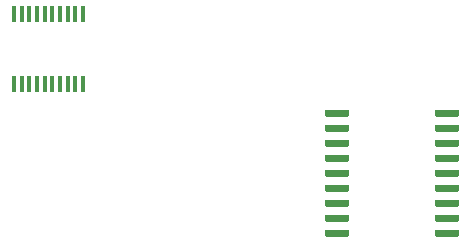
<source format=gbr>
G04 #@! TF.GenerationSoftware,KiCad,Pcbnew,(5.1.4-0-10_14)*
G04 #@! TF.CreationDate,2019-10-14T13:10:31-04:00*
G04 #@! TF.ProjectId,Robot,526f626f-742e-46b6-9963-61645f706362,rev?*
G04 #@! TF.SameCoordinates,Original*
G04 #@! TF.FileFunction,Paste,Top*
G04 #@! TF.FilePolarity,Positive*
%FSLAX46Y46*%
G04 Gerber Fmt 4.6, Leading zero omitted, Abs format (unit mm)*
G04 Created by KiCad (PCBNEW (5.1.4-0-10_14)) date 2019-10-14 13:10:31*
%MOMM*%
%LPD*%
G04 APERTURE LIST*
%ADD10C,0.100000*%
%ADD11C,0.600000*%
%ADD12R,0.450000X1.450000*%
G04 APERTURE END LIST*
D10*
G36*
X73139703Y-19120722D02*
G01*
X73154264Y-19122882D01*
X73168543Y-19126459D01*
X73182403Y-19131418D01*
X73195710Y-19137712D01*
X73208336Y-19145280D01*
X73220159Y-19154048D01*
X73231066Y-19163934D01*
X73240952Y-19174841D01*
X73249720Y-19186664D01*
X73257288Y-19199290D01*
X73263582Y-19212597D01*
X73268541Y-19226457D01*
X73272118Y-19240736D01*
X73274278Y-19255297D01*
X73275000Y-19270000D01*
X73275000Y-19570000D01*
X73274278Y-19584703D01*
X73272118Y-19599264D01*
X73268541Y-19613543D01*
X73263582Y-19627403D01*
X73257288Y-19640710D01*
X73249720Y-19653336D01*
X73240952Y-19665159D01*
X73231066Y-19676066D01*
X73220159Y-19685952D01*
X73208336Y-19694720D01*
X73195710Y-19702288D01*
X73182403Y-19708582D01*
X73168543Y-19713541D01*
X73154264Y-19717118D01*
X73139703Y-19719278D01*
X73125000Y-19720000D01*
X71375000Y-19720000D01*
X71360297Y-19719278D01*
X71345736Y-19717118D01*
X71331457Y-19713541D01*
X71317597Y-19708582D01*
X71304290Y-19702288D01*
X71291664Y-19694720D01*
X71279841Y-19685952D01*
X71268934Y-19676066D01*
X71259048Y-19665159D01*
X71250280Y-19653336D01*
X71242712Y-19640710D01*
X71236418Y-19627403D01*
X71231459Y-19613543D01*
X71227882Y-19599264D01*
X71225722Y-19584703D01*
X71225000Y-19570000D01*
X71225000Y-19270000D01*
X71225722Y-19255297D01*
X71227882Y-19240736D01*
X71231459Y-19226457D01*
X71236418Y-19212597D01*
X71242712Y-19199290D01*
X71250280Y-19186664D01*
X71259048Y-19174841D01*
X71268934Y-19163934D01*
X71279841Y-19154048D01*
X71291664Y-19145280D01*
X71304290Y-19137712D01*
X71317597Y-19131418D01*
X71331457Y-19126459D01*
X71345736Y-19122882D01*
X71360297Y-19120722D01*
X71375000Y-19120000D01*
X73125000Y-19120000D01*
X73139703Y-19120722D01*
X73139703Y-19120722D01*
G37*
D11*
X72250000Y-19420000D03*
D10*
G36*
X73139703Y-20390722D02*
G01*
X73154264Y-20392882D01*
X73168543Y-20396459D01*
X73182403Y-20401418D01*
X73195710Y-20407712D01*
X73208336Y-20415280D01*
X73220159Y-20424048D01*
X73231066Y-20433934D01*
X73240952Y-20444841D01*
X73249720Y-20456664D01*
X73257288Y-20469290D01*
X73263582Y-20482597D01*
X73268541Y-20496457D01*
X73272118Y-20510736D01*
X73274278Y-20525297D01*
X73275000Y-20540000D01*
X73275000Y-20840000D01*
X73274278Y-20854703D01*
X73272118Y-20869264D01*
X73268541Y-20883543D01*
X73263582Y-20897403D01*
X73257288Y-20910710D01*
X73249720Y-20923336D01*
X73240952Y-20935159D01*
X73231066Y-20946066D01*
X73220159Y-20955952D01*
X73208336Y-20964720D01*
X73195710Y-20972288D01*
X73182403Y-20978582D01*
X73168543Y-20983541D01*
X73154264Y-20987118D01*
X73139703Y-20989278D01*
X73125000Y-20990000D01*
X71375000Y-20990000D01*
X71360297Y-20989278D01*
X71345736Y-20987118D01*
X71331457Y-20983541D01*
X71317597Y-20978582D01*
X71304290Y-20972288D01*
X71291664Y-20964720D01*
X71279841Y-20955952D01*
X71268934Y-20946066D01*
X71259048Y-20935159D01*
X71250280Y-20923336D01*
X71242712Y-20910710D01*
X71236418Y-20897403D01*
X71231459Y-20883543D01*
X71227882Y-20869264D01*
X71225722Y-20854703D01*
X71225000Y-20840000D01*
X71225000Y-20540000D01*
X71225722Y-20525297D01*
X71227882Y-20510736D01*
X71231459Y-20496457D01*
X71236418Y-20482597D01*
X71242712Y-20469290D01*
X71250280Y-20456664D01*
X71259048Y-20444841D01*
X71268934Y-20433934D01*
X71279841Y-20424048D01*
X71291664Y-20415280D01*
X71304290Y-20407712D01*
X71317597Y-20401418D01*
X71331457Y-20396459D01*
X71345736Y-20392882D01*
X71360297Y-20390722D01*
X71375000Y-20390000D01*
X73125000Y-20390000D01*
X73139703Y-20390722D01*
X73139703Y-20390722D01*
G37*
D11*
X72250000Y-20690000D03*
D10*
G36*
X73139703Y-21660722D02*
G01*
X73154264Y-21662882D01*
X73168543Y-21666459D01*
X73182403Y-21671418D01*
X73195710Y-21677712D01*
X73208336Y-21685280D01*
X73220159Y-21694048D01*
X73231066Y-21703934D01*
X73240952Y-21714841D01*
X73249720Y-21726664D01*
X73257288Y-21739290D01*
X73263582Y-21752597D01*
X73268541Y-21766457D01*
X73272118Y-21780736D01*
X73274278Y-21795297D01*
X73275000Y-21810000D01*
X73275000Y-22110000D01*
X73274278Y-22124703D01*
X73272118Y-22139264D01*
X73268541Y-22153543D01*
X73263582Y-22167403D01*
X73257288Y-22180710D01*
X73249720Y-22193336D01*
X73240952Y-22205159D01*
X73231066Y-22216066D01*
X73220159Y-22225952D01*
X73208336Y-22234720D01*
X73195710Y-22242288D01*
X73182403Y-22248582D01*
X73168543Y-22253541D01*
X73154264Y-22257118D01*
X73139703Y-22259278D01*
X73125000Y-22260000D01*
X71375000Y-22260000D01*
X71360297Y-22259278D01*
X71345736Y-22257118D01*
X71331457Y-22253541D01*
X71317597Y-22248582D01*
X71304290Y-22242288D01*
X71291664Y-22234720D01*
X71279841Y-22225952D01*
X71268934Y-22216066D01*
X71259048Y-22205159D01*
X71250280Y-22193336D01*
X71242712Y-22180710D01*
X71236418Y-22167403D01*
X71231459Y-22153543D01*
X71227882Y-22139264D01*
X71225722Y-22124703D01*
X71225000Y-22110000D01*
X71225000Y-21810000D01*
X71225722Y-21795297D01*
X71227882Y-21780736D01*
X71231459Y-21766457D01*
X71236418Y-21752597D01*
X71242712Y-21739290D01*
X71250280Y-21726664D01*
X71259048Y-21714841D01*
X71268934Y-21703934D01*
X71279841Y-21694048D01*
X71291664Y-21685280D01*
X71304290Y-21677712D01*
X71317597Y-21671418D01*
X71331457Y-21666459D01*
X71345736Y-21662882D01*
X71360297Y-21660722D01*
X71375000Y-21660000D01*
X73125000Y-21660000D01*
X73139703Y-21660722D01*
X73139703Y-21660722D01*
G37*
D11*
X72250000Y-21960000D03*
D10*
G36*
X73139703Y-22930722D02*
G01*
X73154264Y-22932882D01*
X73168543Y-22936459D01*
X73182403Y-22941418D01*
X73195710Y-22947712D01*
X73208336Y-22955280D01*
X73220159Y-22964048D01*
X73231066Y-22973934D01*
X73240952Y-22984841D01*
X73249720Y-22996664D01*
X73257288Y-23009290D01*
X73263582Y-23022597D01*
X73268541Y-23036457D01*
X73272118Y-23050736D01*
X73274278Y-23065297D01*
X73275000Y-23080000D01*
X73275000Y-23380000D01*
X73274278Y-23394703D01*
X73272118Y-23409264D01*
X73268541Y-23423543D01*
X73263582Y-23437403D01*
X73257288Y-23450710D01*
X73249720Y-23463336D01*
X73240952Y-23475159D01*
X73231066Y-23486066D01*
X73220159Y-23495952D01*
X73208336Y-23504720D01*
X73195710Y-23512288D01*
X73182403Y-23518582D01*
X73168543Y-23523541D01*
X73154264Y-23527118D01*
X73139703Y-23529278D01*
X73125000Y-23530000D01*
X71375000Y-23530000D01*
X71360297Y-23529278D01*
X71345736Y-23527118D01*
X71331457Y-23523541D01*
X71317597Y-23518582D01*
X71304290Y-23512288D01*
X71291664Y-23504720D01*
X71279841Y-23495952D01*
X71268934Y-23486066D01*
X71259048Y-23475159D01*
X71250280Y-23463336D01*
X71242712Y-23450710D01*
X71236418Y-23437403D01*
X71231459Y-23423543D01*
X71227882Y-23409264D01*
X71225722Y-23394703D01*
X71225000Y-23380000D01*
X71225000Y-23080000D01*
X71225722Y-23065297D01*
X71227882Y-23050736D01*
X71231459Y-23036457D01*
X71236418Y-23022597D01*
X71242712Y-23009290D01*
X71250280Y-22996664D01*
X71259048Y-22984841D01*
X71268934Y-22973934D01*
X71279841Y-22964048D01*
X71291664Y-22955280D01*
X71304290Y-22947712D01*
X71317597Y-22941418D01*
X71331457Y-22936459D01*
X71345736Y-22932882D01*
X71360297Y-22930722D01*
X71375000Y-22930000D01*
X73125000Y-22930000D01*
X73139703Y-22930722D01*
X73139703Y-22930722D01*
G37*
D11*
X72250000Y-23230000D03*
D10*
G36*
X73139703Y-24200722D02*
G01*
X73154264Y-24202882D01*
X73168543Y-24206459D01*
X73182403Y-24211418D01*
X73195710Y-24217712D01*
X73208336Y-24225280D01*
X73220159Y-24234048D01*
X73231066Y-24243934D01*
X73240952Y-24254841D01*
X73249720Y-24266664D01*
X73257288Y-24279290D01*
X73263582Y-24292597D01*
X73268541Y-24306457D01*
X73272118Y-24320736D01*
X73274278Y-24335297D01*
X73275000Y-24350000D01*
X73275000Y-24650000D01*
X73274278Y-24664703D01*
X73272118Y-24679264D01*
X73268541Y-24693543D01*
X73263582Y-24707403D01*
X73257288Y-24720710D01*
X73249720Y-24733336D01*
X73240952Y-24745159D01*
X73231066Y-24756066D01*
X73220159Y-24765952D01*
X73208336Y-24774720D01*
X73195710Y-24782288D01*
X73182403Y-24788582D01*
X73168543Y-24793541D01*
X73154264Y-24797118D01*
X73139703Y-24799278D01*
X73125000Y-24800000D01*
X71375000Y-24800000D01*
X71360297Y-24799278D01*
X71345736Y-24797118D01*
X71331457Y-24793541D01*
X71317597Y-24788582D01*
X71304290Y-24782288D01*
X71291664Y-24774720D01*
X71279841Y-24765952D01*
X71268934Y-24756066D01*
X71259048Y-24745159D01*
X71250280Y-24733336D01*
X71242712Y-24720710D01*
X71236418Y-24707403D01*
X71231459Y-24693543D01*
X71227882Y-24679264D01*
X71225722Y-24664703D01*
X71225000Y-24650000D01*
X71225000Y-24350000D01*
X71225722Y-24335297D01*
X71227882Y-24320736D01*
X71231459Y-24306457D01*
X71236418Y-24292597D01*
X71242712Y-24279290D01*
X71250280Y-24266664D01*
X71259048Y-24254841D01*
X71268934Y-24243934D01*
X71279841Y-24234048D01*
X71291664Y-24225280D01*
X71304290Y-24217712D01*
X71317597Y-24211418D01*
X71331457Y-24206459D01*
X71345736Y-24202882D01*
X71360297Y-24200722D01*
X71375000Y-24200000D01*
X73125000Y-24200000D01*
X73139703Y-24200722D01*
X73139703Y-24200722D01*
G37*
D11*
X72250000Y-24500000D03*
D10*
G36*
X73139703Y-25470722D02*
G01*
X73154264Y-25472882D01*
X73168543Y-25476459D01*
X73182403Y-25481418D01*
X73195710Y-25487712D01*
X73208336Y-25495280D01*
X73220159Y-25504048D01*
X73231066Y-25513934D01*
X73240952Y-25524841D01*
X73249720Y-25536664D01*
X73257288Y-25549290D01*
X73263582Y-25562597D01*
X73268541Y-25576457D01*
X73272118Y-25590736D01*
X73274278Y-25605297D01*
X73275000Y-25620000D01*
X73275000Y-25920000D01*
X73274278Y-25934703D01*
X73272118Y-25949264D01*
X73268541Y-25963543D01*
X73263582Y-25977403D01*
X73257288Y-25990710D01*
X73249720Y-26003336D01*
X73240952Y-26015159D01*
X73231066Y-26026066D01*
X73220159Y-26035952D01*
X73208336Y-26044720D01*
X73195710Y-26052288D01*
X73182403Y-26058582D01*
X73168543Y-26063541D01*
X73154264Y-26067118D01*
X73139703Y-26069278D01*
X73125000Y-26070000D01*
X71375000Y-26070000D01*
X71360297Y-26069278D01*
X71345736Y-26067118D01*
X71331457Y-26063541D01*
X71317597Y-26058582D01*
X71304290Y-26052288D01*
X71291664Y-26044720D01*
X71279841Y-26035952D01*
X71268934Y-26026066D01*
X71259048Y-26015159D01*
X71250280Y-26003336D01*
X71242712Y-25990710D01*
X71236418Y-25977403D01*
X71231459Y-25963543D01*
X71227882Y-25949264D01*
X71225722Y-25934703D01*
X71225000Y-25920000D01*
X71225000Y-25620000D01*
X71225722Y-25605297D01*
X71227882Y-25590736D01*
X71231459Y-25576457D01*
X71236418Y-25562597D01*
X71242712Y-25549290D01*
X71250280Y-25536664D01*
X71259048Y-25524841D01*
X71268934Y-25513934D01*
X71279841Y-25504048D01*
X71291664Y-25495280D01*
X71304290Y-25487712D01*
X71317597Y-25481418D01*
X71331457Y-25476459D01*
X71345736Y-25472882D01*
X71360297Y-25470722D01*
X71375000Y-25470000D01*
X73125000Y-25470000D01*
X73139703Y-25470722D01*
X73139703Y-25470722D01*
G37*
D11*
X72250000Y-25770000D03*
D10*
G36*
X73139703Y-26740722D02*
G01*
X73154264Y-26742882D01*
X73168543Y-26746459D01*
X73182403Y-26751418D01*
X73195710Y-26757712D01*
X73208336Y-26765280D01*
X73220159Y-26774048D01*
X73231066Y-26783934D01*
X73240952Y-26794841D01*
X73249720Y-26806664D01*
X73257288Y-26819290D01*
X73263582Y-26832597D01*
X73268541Y-26846457D01*
X73272118Y-26860736D01*
X73274278Y-26875297D01*
X73275000Y-26890000D01*
X73275000Y-27190000D01*
X73274278Y-27204703D01*
X73272118Y-27219264D01*
X73268541Y-27233543D01*
X73263582Y-27247403D01*
X73257288Y-27260710D01*
X73249720Y-27273336D01*
X73240952Y-27285159D01*
X73231066Y-27296066D01*
X73220159Y-27305952D01*
X73208336Y-27314720D01*
X73195710Y-27322288D01*
X73182403Y-27328582D01*
X73168543Y-27333541D01*
X73154264Y-27337118D01*
X73139703Y-27339278D01*
X73125000Y-27340000D01*
X71375000Y-27340000D01*
X71360297Y-27339278D01*
X71345736Y-27337118D01*
X71331457Y-27333541D01*
X71317597Y-27328582D01*
X71304290Y-27322288D01*
X71291664Y-27314720D01*
X71279841Y-27305952D01*
X71268934Y-27296066D01*
X71259048Y-27285159D01*
X71250280Y-27273336D01*
X71242712Y-27260710D01*
X71236418Y-27247403D01*
X71231459Y-27233543D01*
X71227882Y-27219264D01*
X71225722Y-27204703D01*
X71225000Y-27190000D01*
X71225000Y-26890000D01*
X71225722Y-26875297D01*
X71227882Y-26860736D01*
X71231459Y-26846457D01*
X71236418Y-26832597D01*
X71242712Y-26819290D01*
X71250280Y-26806664D01*
X71259048Y-26794841D01*
X71268934Y-26783934D01*
X71279841Y-26774048D01*
X71291664Y-26765280D01*
X71304290Y-26757712D01*
X71317597Y-26751418D01*
X71331457Y-26746459D01*
X71345736Y-26742882D01*
X71360297Y-26740722D01*
X71375000Y-26740000D01*
X73125000Y-26740000D01*
X73139703Y-26740722D01*
X73139703Y-26740722D01*
G37*
D11*
X72250000Y-27040000D03*
D10*
G36*
X73139703Y-28010722D02*
G01*
X73154264Y-28012882D01*
X73168543Y-28016459D01*
X73182403Y-28021418D01*
X73195710Y-28027712D01*
X73208336Y-28035280D01*
X73220159Y-28044048D01*
X73231066Y-28053934D01*
X73240952Y-28064841D01*
X73249720Y-28076664D01*
X73257288Y-28089290D01*
X73263582Y-28102597D01*
X73268541Y-28116457D01*
X73272118Y-28130736D01*
X73274278Y-28145297D01*
X73275000Y-28160000D01*
X73275000Y-28460000D01*
X73274278Y-28474703D01*
X73272118Y-28489264D01*
X73268541Y-28503543D01*
X73263582Y-28517403D01*
X73257288Y-28530710D01*
X73249720Y-28543336D01*
X73240952Y-28555159D01*
X73231066Y-28566066D01*
X73220159Y-28575952D01*
X73208336Y-28584720D01*
X73195710Y-28592288D01*
X73182403Y-28598582D01*
X73168543Y-28603541D01*
X73154264Y-28607118D01*
X73139703Y-28609278D01*
X73125000Y-28610000D01*
X71375000Y-28610000D01*
X71360297Y-28609278D01*
X71345736Y-28607118D01*
X71331457Y-28603541D01*
X71317597Y-28598582D01*
X71304290Y-28592288D01*
X71291664Y-28584720D01*
X71279841Y-28575952D01*
X71268934Y-28566066D01*
X71259048Y-28555159D01*
X71250280Y-28543336D01*
X71242712Y-28530710D01*
X71236418Y-28517403D01*
X71231459Y-28503543D01*
X71227882Y-28489264D01*
X71225722Y-28474703D01*
X71225000Y-28460000D01*
X71225000Y-28160000D01*
X71225722Y-28145297D01*
X71227882Y-28130736D01*
X71231459Y-28116457D01*
X71236418Y-28102597D01*
X71242712Y-28089290D01*
X71250280Y-28076664D01*
X71259048Y-28064841D01*
X71268934Y-28053934D01*
X71279841Y-28044048D01*
X71291664Y-28035280D01*
X71304290Y-28027712D01*
X71317597Y-28021418D01*
X71331457Y-28016459D01*
X71345736Y-28012882D01*
X71360297Y-28010722D01*
X71375000Y-28010000D01*
X73125000Y-28010000D01*
X73139703Y-28010722D01*
X73139703Y-28010722D01*
G37*
D11*
X72250000Y-28310000D03*
D10*
G36*
X73139703Y-29280722D02*
G01*
X73154264Y-29282882D01*
X73168543Y-29286459D01*
X73182403Y-29291418D01*
X73195710Y-29297712D01*
X73208336Y-29305280D01*
X73220159Y-29314048D01*
X73231066Y-29323934D01*
X73240952Y-29334841D01*
X73249720Y-29346664D01*
X73257288Y-29359290D01*
X73263582Y-29372597D01*
X73268541Y-29386457D01*
X73272118Y-29400736D01*
X73274278Y-29415297D01*
X73275000Y-29430000D01*
X73275000Y-29730000D01*
X73274278Y-29744703D01*
X73272118Y-29759264D01*
X73268541Y-29773543D01*
X73263582Y-29787403D01*
X73257288Y-29800710D01*
X73249720Y-29813336D01*
X73240952Y-29825159D01*
X73231066Y-29836066D01*
X73220159Y-29845952D01*
X73208336Y-29854720D01*
X73195710Y-29862288D01*
X73182403Y-29868582D01*
X73168543Y-29873541D01*
X73154264Y-29877118D01*
X73139703Y-29879278D01*
X73125000Y-29880000D01*
X71375000Y-29880000D01*
X71360297Y-29879278D01*
X71345736Y-29877118D01*
X71331457Y-29873541D01*
X71317597Y-29868582D01*
X71304290Y-29862288D01*
X71291664Y-29854720D01*
X71279841Y-29845952D01*
X71268934Y-29836066D01*
X71259048Y-29825159D01*
X71250280Y-29813336D01*
X71242712Y-29800710D01*
X71236418Y-29787403D01*
X71231459Y-29773543D01*
X71227882Y-29759264D01*
X71225722Y-29744703D01*
X71225000Y-29730000D01*
X71225000Y-29430000D01*
X71225722Y-29415297D01*
X71227882Y-29400736D01*
X71231459Y-29386457D01*
X71236418Y-29372597D01*
X71242712Y-29359290D01*
X71250280Y-29346664D01*
X71259048Y-29334841D01*
X71268934Y-29323934D01*
X71279841Y-29314048D01*
X71291664Y-29305280D01*
X71304290Y-29297712D01*
X71317597Y-29291418D01*
X71331457Y-29286459D01*
X71345736Y-29282882D01*
X71360297Y-29280722D01*
X71375000Y-29280000D01*
X73125000Y-29280000D01*
X73139703Y-29280722D01*
X73139703Y-29280722D01*
G37*
D11*
X72250000Y-29580000D03*
D10*
G36*
X63839703Y-29280722D02*
G01*
X63854264Y-29282882D01*
X63868543Y-29286459D01*
X63882403Y-29291418D01*
X63895710Y-29297712D01*
X63908336Y-29305280D01*
X63920159Y-29314048D01*
X63931066Y-29323934D01*
X63940952Y-29334841D01*
X63949720Y-29346664D01*
X63957288Y-29359290D01*
X63963582Y-29372597D01*
X63968541Y-29386457D01*
X63972118Y-29400736D01*
X63974278Y-29415297D01*
X63975000Y-29430000D01*
X63975000Y-29730000D01*
X63974278Y-29744703D01*
X63972118Y-29759264D01*
X63968541Y-29773543D01*
X63963582Y-29787403D01*
X63957288Y-29800710D01*
X63949720Y-29813336D01*
X63940952Y-29825159D01*
X63931066Y-29836066D01*
X63920159Y-29845952D01*
X63908336Y-29854720D01*
X63895710Y-29862288D01*
X63882403Y-29868582D01*
X63868543Y-29873541D01*
X63854264Y-29877118D01*
X63839703Y-29879278D01*
X63825000Y-29880000D01*
X62075000Y-29880000D01*
X62060297Y-29879278D01*
X62045736Y-29877118D01*
X62031457Y-29873541D01*
X62017597Y-29868582D01*
X62004290Y-29862288D01*
X61991664Y-29854720D01*
X61979841Y-29845952D01*
X61968934Y-29836066D01*
X61959048Y-29825159D01*
X61950280Y-29813336D01*
X61942712Y-29800710D01*
X61936418Y-29787403D01*
X61931459Y-29773543D01*
X61927882Y-29759264D01*
X61925722Y-29744703D01*
X61925000Y-29730000D01*
X61925000Y-29430000D01*
X61925722Y-29415297D01*
X61927882Y-29400736D01*
X61931459Y-29386457D01*
X61936418Y-29372597D01*
X61942712Y-29359290D01*
X61950280Y-29346664D01*
X61959048Y-29334841D01*
X61968934Y-29323934D01*
X61979841Y-29314048D01*
X61991664Y-29305280D01*
X62004290Y-29297712D01*
X62017597Y-29291418D01*
X62031457Y-29286459D01*
X62045736Y-29282882D01*
X62060297Y-29280722D01*
X62075000Y-29280000D01*
X63825000Y-29280000D01*
X63839703Y-29280722D01*
X63839703Y-29280722D01*
G37*
D11*
X62950000Y-29580000D03*
D10*
G36*
X63839703Y-28010722D02*
G01*
X63854264Y-28012882D01*
X63868543Y-28016459D01*
X63882403Y-28021418D01*
X63895710Y-28027712D01*
X63908336Y-28035280D01*
X63920159Y-28044048D01*
X63931066Y-28053934D01*
X63940952Y-28064841D01*
X63949720Y-28076664D01*
X63957288Y-28089290D01*
X63963582Y-28102597D01*
X63968541Y-28116457D01*
X63972118Y-28130736D01*
X63974278Y-28145297D01*
X63975000Y-28160000D01*
X63975000Y-28460000D01*
X63974278Y-28474703D01*
X63972118Y-28489264D01*
X63968541Y-28503543D01*
X63963582Y-28517403D01*
X63957288Y-28530710D01*
X63949720Y-28543336D01*
X63940952Y-28555159D01*
X63931066Y-28566066D01*
X63920159Y-28575952D01*
X63908336Y-28584720D01*
X63895710Y-28592288D01*
X63882403Y-28598582D01*
X63868543Y-28603541D01*
X63854264Y-28607118D01*
X63839703Y-28609278D01*
X63825000Y-28610000D01*
X62075000Y-28610000D01*
X62060297Y-28609278D01*
X62045736Y-28607118D01*
X62031457Y-28603541D01*
X62017597Y-28598582D01*
X62004290Y-28592288D01*
X61991664Y-28584720D01*
X61979841Y-28575952D01*
X61968934Y-28566066D01*
X61959048Y-28555159D01*
X61950280Y-28543336D01*
X61942712Y-28530710D01*
X61936418Y-28517403D01*
X61931459Y-28503543D01*
X61927882Y-28489264D01*
X61925722Y-28474703D01*
X61925000Y-28460000D01*
X61925000Y-28160000D01*
X61925722Y-28145297D01*
X61927882Y-28130736D01*
X61931459Y-28116457D01*
X61936418Y-28102597D01*
X61942712Y-28089290D01*
X61950280Y-28076664D01*
X61959048Y-28064841D01*
X61968934Y-28053934D01*
X61979841Y-28044048D01*
X61991664Y-28035280D01*
X62004290Y-28027712D01*
X62017597Y-28021418D01*
X62031457Y-28016459D01*
X62045736Y-28012882D01*
X62060297Y-28010722D01*
X62075000Y-28010000D01*
X63825000Y-28010000D01*
X63839703Y-28010722D01*
X63839703Y-28010722D01*
G37*
D11*
X62950000Y-28310000D03*
D10*
G36*
X63839703Y-26740722D02*
G01*
X63854264Y-26742882D01*
X63868543Y-26746459D01*
X63882403Y-26751418D01*
X63895710Y-26757712D01*
X63908336Y-26765280D01*
X63920159Y-26774048D01*
X63931066Y-26783934D01*
X63940952Y-26794841D01*
X63949720Y-26806664D01*
X63957288Y-26819290D01*
X63963582Y-26832597D01*
X63968541Y-26846457D01*
X63972118Y-26860736D01*
X63974278Y-26875297D01*
X63975000Y-26890000D01*
X63975000Y-27190000D01*
X63974278Y-27204703D01*
X63972118Y-27219264D01*
X63968541Y-27233543D01*
X63963582Y-27247403D01*
X63957288Y-27260710D01*
X63949720Y-27273336D01*
X63940952Y-27285159D01*
X63931066Y-27296066D01*
X63920159Y-27305952D01*
X63908336Y-27314720D01*
X63895710Y-27322288D01*
X63882403Y-27328582D01*
X63868543Y-27333541D01*
X63854264Y-27337118D01*
X63839703Y-27339278D01*
X63825000Y-27340000D01*
X62075000Y-27340000D01*
X62060297Y-27339278D01*
X62045736Y-27337118D01*
X62031457Y-27333541D01*
X62017597Y-27328582D01*
X62004290Y-27322288D01*
X61991664Y-27314720D01*
X61979841Y-27305952D01*
X61968934Y-27296066D01*
X61959048Y-27285159D01*
X61950280Y-27273336D01*
X61942712Y-27260710D01*
X61936418Y-27247403D01*
X61931459Y-27233543D01*
X61927882Y-27219264D01*
X61925722Y-27204703D01*
X61925000Y-27190000D01*
X61925000Y-26890000D01*
X61925722Y-26875297D01*
X61927882Y-26860736D01*
X61931459Y-26846457D01*
X61936418Y-26832597D01*
X61942712Y-26819290D01*
X61950280Y-26806664D01*
X61959048Y-26794841D01*
X61968934Y-26783934D01*
X61979841Y-26774048D01*
X61991664Y-26765280D01*
X62004290Y-26757712D01*
X62017597Y-26751418D01*
X62031457Y-26746459D01*
X62045736Y-26742882D01*
X62060297Y-26740722D01*
X62075000Y-26740000D01*
X63825000Y-26740000D01*
X63839703Y-26740722D01*
X63839703Y-26740722D01*
G37*
D11*
X62950000Y-27040000D03*
D10*
G36*
X63839703Y-25470722D02*
G01*
X63854264Y-25472882D01*
X63868543Y-25476459D01*
X63882403Y-25481418D01*
X63895710Y-25487712D01*
X63908336Y-25495280D01*
X63920159Y-25504048D01*
X63931066Y-25513934D01*
X63940952Y-25524841D01*
X63949720Y-25536664D01*
X63957288Y-25549290D01*
X63963582Y-25562597D01*
X63968541Y-25576457D01*
X63972118Y-25590736D01*
X63974278Y-25605297D01*
X63975000Y-25620000D01*
X63975000Y-25920000D01*
X63974278Y-25934703D01*
X63972118Y-25949264D01*
X63968541Y-25963543D01*
X63963582Y-25977403D01*
X63957288Y-25990710D01*
X63949720Y-26003336D01*
X63940952Y-26015159D01*
X63931066Y-26026066D01*
X63920159Y-26035952D01*
X63908336Y-26044720D01*
X63895710Y-26052288D01*
X63882403Y-26058582D01*
X63868543Y-26063541D01*
X63854264Y-26067118D01*
X63839703Y-26069278D01*
X63825000Y-26070000D01*
X62075000Y-26070000D01*
X62060297Y-26069278D01*
X62045736Y-26067118D01*
X62031457Y-26063541D01*
X62017597Y-26058582D01*
X62004290Y-26052288D01*
X61991664Y-26044720D01*
X61979841Y-26035952D01*
X61968934Y-26026066D01*
X61959048Y-26015159D01*
X61950280Y-26003336D01*
X61942712Y-25990710D01*
X61936418Y-25977403D01*
X61931459Y-25963543D01*
X61927882Y-25949264D01*
X61925722Y-25934703D01*
X61925000Y-25920000D01*
X61925000Y-25620000D01*
X61925722Y-25605297D01*
X61927882Y-25590736D01*
X61931459Y-25576457D01*
X61936418Y-25562597D01*
X61942712Y-25549290D01*
X61950280Y-25536664D01*
X61959048Y-25524841D01*
X61968934Y-25513934D01*
X61979841Y-25504048D01*
X61991664Y-25495280D01*
X62004290Y-25487712D01*
X62017597Y-25481418D01*
X62031457Y-25476459D01*
X62045736Y-25472882D01*
X62060297Y-25470722D01*
X62075000Y-25470000D01*
X63825000Y-25470000D01*
X63839703Y-25470722D01*
X63839703Y-25470722D01*
G37*
D11*
X62950000Y-25770000D03*
D10*
G36*
X63839703Y-24200722D02*
G01*
X63854264Y-24202882D01*
X63868543Y-24206459D01*
X63882403Y-24211418D01*
X63895710Y-24217712D01*
X63908336Y-24225280D01*
X63920159Y-24234048D01*
X63931066Y-24243934D01*
X63940952Y-24254841D01*
X63949720Y-24266664D01*
X63957288Y-24279290D01*
X63963582Y-24292597D01*
X63968541Y-24306457D01*
X63972118Y-24320736D01*
X63974278Y-24335297D01*
X63975000Y-24350000D01*
X63975000Y-24650000D01*
X63974278Y-24664703D01*
X63972118Y-24679264D01*
X63968541Y-24693543D01*
X63963582Y-24707403D01*
X63957288Y-24720710D01*
X63949720Y-24733336D01*
X63940952Y-24745159D01*
X63931066Y-24756066D01*
X63920159Y-24765952D01*
X63908336Y-24774720D01*
X63895710Y-24782288D01*
X63882403Y-24788582D01*
X63868543Y-24793541D01*
X63854264Y-24797118D01*
X63839703Y-24799278D01*
X63825000Y-24800000D01*
X62075000Y-24800000D01*
X62060297Y-24799278D01*
X62045736Y-24797118D01*
X62031457Y-24793541D01*
X62017597Y-24788582D01*
X62004290Y-24782288D01*
X61991664Y-24774720D01*
X61979841Y-24765952D01*
X61968934Y-24756066D01*
X61959048Y-24745159D01*
X61950280Y-24733336D01*
X61942712Y-24720710D01*
X61936418Y-24707403D01*
X61931459Y-24693543D01*
X61927882Y-24679264D01*
X61925722Y-24664703D01*
X61925000Y-24650000D01*
X61925000Y-24350000D01*
X61925722Y-24335297D01*
X61927882Y-24320736D01*
X61931459Y-24306457D01*
X61936418Y-24292597D01*
X61942712Y-24279290D01*
X61950280Y-24266664D01*
X61959048Y-24254841D01*
X61968934Y-24243934D01*
X61979841Y-24234048D01*
X61991664Y-24225280D01*
X62004290Y-24217712D01*
X62017597Y-24211418D01*
X62031457Y-24206459D01*
X62045736Y-24202882D01*
X62060297Y-24200722D01*
X62075000Y-24200000D01*
X63825000Y-24200000D01*
X63839703Y-24200722D01*
X63839703Y-24200722D01*
G37*
D11*
X62950000Y-24500000D03*
D10*
G36*
X63839703Y-22930722D02*
G01*
X63854264Y-22932882D01*
X63868543Y-22936459D01*
X63882403Y-22941418D01*
X63895710Y-22947712D01*
X63908336Y-22955280D01*
X63920159Y-22964048D01*
X63931066Y-22973934D01*
X63940952Y-22984841D01*
X63949720Y-22996664D01*
X63957288Y-23009290D01*
X63963582Y-23022597D01*
X63968541Y-23036457D01*
X63972118Y-23050736D01*
X63974278Y-23065297D01*
X63975000Y-23080000D01*
X63975000Y-23380000D01*
X63974278Y-23394703D01*
X63972118Y-23409264D01*
X63968541Y-23423543D01*
X63963582Y-23437403D01*
X63957288Y-23450710D01*
X63949720Y-23463336D01*
X63940952Y-23475159D01*
X63931066Y-23486066D01*
X63920159Y-23495952D01*
X63908336Y-23504720D01*
X63895710Y-23512288D01*
X63882403Y-23518582D01*
X63868543Y-23523541D01*
X63854264Y-23527118D01*
X63839703Y-23529278D01*
X63825000Y-23530000D01*
X62075000Y-23530000D01*
X62060297Y-23529278D01*
X62045736Y-23527118D01*
X62031457Y-23523541D01*
X62017597Y-23518582D01*
X62004290Y-23512288D01*
X61991664Y-23504720D01*
X61979841Y-23495952D01*
X61968934Y-23486066D01*
X61959048Y-23475159D01*
X61950280Y-23463336D01*
X61942712Y-23450710D01*
X61936418Y-23437403D01*
X61931459Y-23423543D01*
X61927882Y-23409264D01*
X61925722Y-23394703D01*
X61925000Y-23380000D01*
X61925000Y-23080000D01*
X61925722Y-23065297D01*
X61927882Y-23050736D01*
X61931459Y-23036457D01*
X61936418Y-23022597D01*
X61942712Y-23009290D01*
X61950280Y-22996664D01*
X61959048Y-22984841D01*
X61968934Y-22973934D01*
X61979841Y-22964048D01*
X61991664Y-22955280D01*
X62004290Y-22947712D01*
X62017597Y-22941418D01*
X62031457Y-22936459D01*
X62045736Y-22932882D01*
X62060297Y-22930722D01*
X62075000Y-22930000D01*
X63825000Y-22930000D01*
X63839703Y-22930722D01*
X63839703Y-22930722D01*
G37*
D11*
X62950000Y-23230000D03*
D10*
G36*
X63839703Y-21660722D02*
G01*
X63854264Y-21662882D01*
X63868543Y-21666459D01*
X63882403Y-21671418D01*
X63895710Y-21677712D01*
X63908336Y-21685280D01*
X63920159Y-21694048D01*
X63931066Y-21703934D01*
X63940952Y-21714841D01*
X63949720Y-21726664D01*
X63957288Y-21739290D01*
X63963582Y-21752597D01*
X63968541Y-21766457D01*
X63972118Y-21780736D01*
X63974278Y-21795297D01*
X63975000Y-21810000D01*
X63975000Y-22110000D01*
X63974278Y-22124703D01*
X63972118Y-22139264D01*
X63968541Y-22153543D01*
X63963582Y-22167403D01*
X63957288Y-22180710D01*
X63949720Y-22193336D01*
X63940952Y-22205159D01*
X63931066Y-22216066D01*
X63920159Y-22225952D01*
X63908336Y-22234720D01*
X63895710Y-22242288D01*
X63882403Y-22248582D01*
X63868543Y-22253541D01*
X63854264Y-22257118D01*
X63839703Y-22259278D01*
X63825000Y-22260000D01*
X62075000Y-22260000D01*
X62060297Y-22259278D01*
X62045736Y-22257118D01*
X62031457Y-22253541D01*
X62017597Y-22248582D01*
X62004290Y-22242288D01*
X61991664Y-22234720D01*
X61979841Y-22225952D01*
X61968934Y-22216066D01*
X61959048Y-22205159D01*
X61950280Y-22193336D01*
X61942712Y-22180710D01*
X61936418Y-22167403D01*
X61931459Y-22153543D01*
X61927882Y-22139264D01*
X61925722Y-22124703D01*
X61925000Y-22110000D01*
X61925000Y-21810000D01*
X61925722Y-21795297D01*
X61927882Y-21780736D01*
X61931459Y-21766457D01*
X61936418Y-21752597D01*
X61942712Y-21739290D01*
X61950280Y-21726664D01*
X61959048Y-21714841D01*
X61968934Y-21703934D01*
X61979841Y-21694048D01*
X61991664Y-21685280D01*
X62004290Y-21677712D01*
X62017597Y-21671418D01*
X62031457Y-21666459D01*
X62045736Y-21662882D01*
X62060297Y-21660722D01*
X62075000Y-21660000D01*
X63825000Y-21660000D01*
X63839703Y-21660722D01*
X63839703Y-21660722D01*
G37*
D11*
X62950000Y-21960000D03*
D10*
G36*
X63839703Y-20390722D02*
G01*
X63854264Y-20392882D01*
X63868543Y-20396459D01*
X63882403Y-20401418D01*
X63895710Y-20407712D01*
X63908336Y-20415280D01*
X63920159Y-20424048D01*
X63931066Y-20433934D01*
X63940952Y-20444841D01*
X63949720Y-20456664D01*
X63957288Y-20469290D01*
X63963582Y-20482597D01*
X63968541Y-20496457D01*
X63972118Y-20510736D01*
X63974278Y-20525297D01*
X63975000Y-20540000D01*
X63975000Y-20840000D01*
X63974278Y-20854703D01*
X63972118Y-20869264D01*
X63968541Y-20883543D01*
X63963582Y-20897403D01*
X63957288Y-20910710D01*
X63949720Y-20923336D01*
X63940952Y-20935159D01*
X63931066Y-20946066D01*
X63920159Y-20955952D01*
X63908336Y-20964720D01*
X63895710Y-20972288D01*
X63882403Y-20978582D01*
X63868543Y-20983541D01*
X63854264Y-20987118D01*
X63839703Y-20989278D01*
X63825000Y-20990000D01*
X62075000Y-20990000D01*
X62060297Y-20989278D01*
X62045736Y-20987118D01*
X62031457Y-20983541D01*
X62017597Y-20978582D01*
X62004290Y-20972288D01*
X61991664Y-20964720D01*
X61979841Y-20955952D01*
X61968934Y-20946066D01*
X61959048Y-20935159D01*
X61950280Y-20923336D01*
X61942712Y-20910710D01*
X61936418Y-20897403D01*
X61931459Y-20883543D01*
X61927882Y-20869264D01*
X61925722Y-20854703D01*
X61925000Y-20840000D01*
X61925000Y-20540000D01*
X61925722Y-20525297D01*
X61927882Y-20510736D01*
X61931459Y-20496457D01*
X61936418Y-20482597D01*
X61942712Y-20469290D01*
X61950280Y-20456664D01*
X61959048Y-20444841D01*
X61968934Y-20433934D01*
X61979841Y-20424048D01*
X61991664Y-20415280D01*
X62004290Y-20407712D01*
X62017597Y-20401418D01*
X62031457Y-20396459D01*
X62045736Y-20392882D01*
X62060297Y-20390722D01*
X62075000Y-20390000D01*
X63825000Y-20390000D01*
X63839703Y-20390722D01*
X63839703Y-20390722D01*
G37*
D11*
X62950000Y-20690000D03*
D10*
G36*
X63839703Y-19120722D02*
G01*
X63854264Y-19122882D01*
X63868543Y-19126459D01*
X63882403Y-19131418D01*
X63895710Y-19137712D01*
X63908336Y-19145280D01*
X63920159Y-19154048D01*
X63931066Y-19163934D01*
X63940952Y-19174841D01*
X63949720Y-19186664D01*
X63957288Y-19199290D01*
X63963582Y-19212597D01*
X63968541Y-19226457D01*
X63972118Y-19240736D01*
X63974278Y-19255297D01*
X63975000Y-19270000D01*
X63975000Y-19570000D01*
X63974278Y-19584703D01*
X63972118Y-19599264D01*
X63968541Y-19613543D01*
X63963582Y-19627403D01*
X63957288Y-19640710D01*
X63949720Y-19653336D01*
X63940952Y-19665159D01*
X63931066Y-19676066D01*
X63920159Y-19685952D01*
X63908336Y-19694720D01*
X63895710Y-19702288D01*
X63882403Y-19708582D01*
X63868543Y-19713541D01*
X63854264Y-19717118D01*
X63839703Y-19719278D01*
X63825000Y-19720000D01*
X62075000Y-19720000D01*
X62060297Y-19719278D01*
X62045736Y-19717118D01*
X62031457Y-19713541D01*
X62017597Y-19708582D01*
X62004290Y-19702288D01*
X61991664Y-19694720D01*
X61979841Y-19685952D01*
X61968934Y-19676066D01*
X61959048Y-19665159D01*
X61950280Y-19653336D01*
X61942712Y-19640710D01*
X61936418Y-19627403D01*
X61931459Y-19613543D01*
X61927882Y-19599264D01*
X61925722Y-19584703D01*
X61925000Y-19570000D01*
X61925000Y-19270000D01*
X61925722Y-19255297D01*
X61927882Y-19240736D01*
X61931459Y-19226457D01*
X61936418Y-19212597D01*
X61942712Y-19199290D01*
X61950280Y-19186664D01*
X61959048Y-19174841D01*
X61968934Y-19163934D01*
X61979841Y-19154048D01*
X61991664Y-19145280D01*
X62004290Y-19137712D01*
X62017597Y-19131418D01*
X62031457Y-19126459D01*
X62045736Y-19122882D01*
X62060297Y-19120722D01*
X62075000Y-19120000D01*
X63825000Y-19120000D01*
X63839703Y-19120722D01*
X63839703Y-19120722D01*
G37*
D11*
X62950000Y-19420000D03*
D12*
X41425000Y-16950000D03*
X40775000Y-16950000D03*
X40125000Y-16950000D03*
X39475000Y-16950000D03*
X38825000Y-16950000D03*
X38175000Y-16950000D03*
X37525000Y-16950000D03*
X36875000Y-16950000D03*
X36225000Y-16950000D03*
X35575000Y-16950000D03*
X35575000Y-11050000D03*
X36225000Y-11050000D03*
X36875000Y-11050000D03*
X37525000Y-11050000D03*
X38175000Y-11050000D03*
X38825000Y-11050000D03*
X39475000Y-11050000D03*
X40125000Y-11050000D03*
X40775000Y-11050000D03*
X41425000Y-11050000D03*
M02*

</source>
